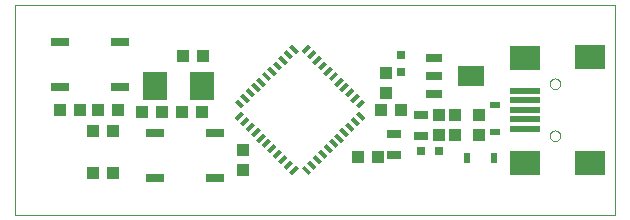
<source format=gtp>
G75*
G70*
%OFA0B0*%
%FSLAX24Y24*%
%IPPOS*%
%LPD*%
%AMOC8*
5,1,8,0,0,1.08239X$1,22.5*
%
%ADD10C,0.0000*%
%ADD11R,0.0433X0.0394*%
%ADD12R,0.0394X0.0433*%
%ADD13R,0.0315X0.0315*%
%ADD14R,0.0600X0.0300*%
%ADD15R,0.0984X0.0197*%
%ADD16R,0.0984X0.0787*%
%ADD17R,0.0472X0.0315*%
%ADD18R,0.0787X0.0945*%
%ADD19R,0.0551X0.0315*%
%ADD20R,0.0866X0.0709*%
%ADD21R,0.0315X0.0138*%
%ADD22R,0.0327X0.0248*%
%ADD23R,0.0248X0.0327*%
D10*
X001050Y000150D02*
X001050Y007150D01*
X021050Y007150D01*
X021050Y000150D01*
X001050Y000150D01*
X018873Y002784D02*
X018875Y002810D01*
X018881Y002836D01*
X018891Y002861D01*
X018904Y002884D01*
X018920Y002904D01*
X018940Y002922D01*
X018962Y002937D01*
X018985Y002949D01*
X019011Y002957D01*
X019037Y002961D01*
X019063Y002961D01*
X019089Y002957D01*
X019115Y002949D01*
X019139Y002937D01*
X019160Y002922D01*
X019180Y002904D01*
X019196Y002884D01*
X019209Y002861D01*
X019219Y002836D01*
X019225Y002810D01*
X019227Y002784D01*
X019225Y002758D01*
X019219Y002732D01*
X019209Y002707D01*
X019196Y002684D01*
X019180Y002664D01*
X019160Y002646D01*
X019138Y002631D01*
X019115Y002619D01*
X019089Y002611D01*
X019063Y002607D01*
X019037Y002607D01*
X019011Y002611D01*
X018985Y002619D01*
X018961Y002631D01*
X018940Y002646D01*
X018920Y002664D01*
X018904Y002684D01*
X018891Y002707D01*
X018881Y002732D01*
X018875Y002758D01*
X018873Y002784D01*
X018873Y004516D02*
X018875Y004542D01*
X018881Y004568D01*
X018891Y004593D01*
X018904Y004616D01*
X018920Y004636D01*
X018940Y004654D01*
X018962Y004669D01*
X018985Y004681D01*
X019011Y004689D01*
X019037Y004693D01*
X019063Y004693D01*
X019089Y004689D01*
X019115Y004681D01*
X019139Y004669D01*
X019160Y004654D01*
X019180Y004636D01*
X019196Y004616D01*
X019209Y004593D01*
X019219Y004568D01*
X019225Y004542D01*
X019227Y004516D01*
X019225Y004490D01*
X019219Y004464D01*
X019209Y004439D01*
X019196Y004416D01*
X019180Y004396D01*
X019160Y004378D01*
X019138Y004363D01*
X019115Y004351D01*
X019089Y004343D01*
X019063Y004339D01*
X019037Y004339D01*
X019011Y004343D01*
X018985Y004351D01*
X018961Y004363D01*
X018940Y004378D01*
X018920Y004396D01*
X018904Y004416D01*
X018891Y004439D01*
X018881Y004464D01*
X018875Y004490D01*
X018873Y004516D01*
D11*
X013925Y003630D03*
X013255Y003630D03*
X013145Y002070D03*
X012475Y002070D03*
X007285Y003590D03*
X006615Y003590D03*
X005945Y003590D03*
X005275Y003590D03*
X004485Y003650D03*
X003815Y003650D03*
X003205Y003650D03*
X002535Y003650D03*
X003635Y002930D03*
X004305Y002930D03*
X004305Y001550D03*
X003635Y001550D03*
X006655Y005450D03*
X007325Y005450D03*
D12*
X013410Y004865D03*
X013410Y004195D03*
X015170Y003485D03*
X015710Y003485D03*
X016530Y003485D03*
X016530Y002815D03*
X015710Y002815D03*
X015170Y002815D03*
X008647Y002313D03*
X008647Y001644D03*
D13*
X014595Y002290D03*
X015185Y002290D03*
X013930Y004895D03*
X013930Y005485D03*
D14*
X007730Y002880D03*
X005730Y002880D03*
X005730Y001380D03*
X007730Y001380D03*
X004550Y004400D03*
X002550Y004400D03*
X002550Y005900D03*
X004550Y005900D03*
D15*
X018066Y004280D03*
X018066Y003965D03*
X018066Y003650D03*
X018066Y003335D03*
X018066Y003020D03*
D16*
X018066Y001878D03*
X020231Y001878D03*
X018066Y005382D03*
X020231Y005422D03*
D17*
X014590Y003484D03*
X014590Y002776D03*
X013690Y002844D03*
X013690Y002136D03*
D18*
X007277Y004450D03*
X005703Y004450D03*
D19*
X015030Y004179D03*
X015030Y004770D03*
X015030Y005361D03*
D20*
X016243Y004770D03*
D21*
G36*
X012727Y003921D02*
X012506Y003700D01*
X012409Y003797D01*
X012630Y004018D01*
X012727Y003921D01*
G37*
G36*
X012546Y004102D02*
X012325Y003881D01*
X012228Y003978D01*
X012449Y004199D01*
X012546Y004102D01*
G37*
G36*
X012365Y004283D02*
X012144Y004062D01*
X012047Y004159D01*
X012268Y004380D01*
X012365Y004283D01*
G37*
G36*
X012184Y004464D02*
X011963Y004243D01*
X011866Y004340D01*
X012087Y004561D01*
X012184Y004464D01*
G37*
G36*
X012004Y004645D02*
X011783Y004424D01*
X011686Y004521D01*
X011907Y004742D01*
X012004Y004645D01*
G37*
G36*
X011823Y004826D02*
X011602Y004605D01*
X011505Y004702D01*
X011726Y004923D01*
X011823Y004826D01*
G37*
G36*
X011324Y004883D02*
X011545Y005104D01*
X011642Y005007D01*
X011421Y004786D01*
X011324Y004883D01*
G37*
G36*
X011143Y005063D02*
X011364Y005284D01*
X011461Y005187D01*
X011240Y004966D01*
X011143Y005063D01*
G37*
G36*
X010962Y005244D02*
X011183Y005465D01*
X011280Y005368D01*
X011059Y005147D01*
X010962Y005244D01*
G37*
G36*
X010781Y005425D02*
X011002Y005646D01*
X011099Y005549D01*
X010878Y005328D01*
X010781Y005425D01*
G37*
G36*
X010600Y005606D02*
X010821Y005827D01*
X010918Y005730D01*
X010697Y005509D01*
X010600Y005606D01*
G37*
G36*
X010279Y005827D02*
X010500Y005606D01*
X010403Y005509D01*
X010182Y005730D01*
X010279Y005827D01*
G37*
G36*
X010098Y005646D02*
X010319Y005425D01*
X010222Y005328D01*
X010001Y005549D01*
X010098Y005646D01*
G37*
G36*
X009917Y005465D02*
X010138Y005244D01*
X010041Y005147D01*
X009820Y005368D01*
X009917Y005465D01*
G37*
G36*
X009736Y005284D02*
X009957Y005063D01*
X009860Y004966D01*
X009639Y005187D01*
X009736Y005284D01*
G37*
G36*
X009555Y005104D02*
X009776Y004883D01*
X009679Y004786D01*
X009458Y005007D01*
X009555Y005104D01*
G37*
G36*
X009374Y004923D02*
X009595Y004702D01*
X009498Y004605D01*
X009277Y004826D01*
X009374Y004923D01*
G37*
G36*
X009317Y004424D02*
X009096Y004645D01*
X009193Y004742D01*
X009414Y004521D01*
X009317Y004424D01*
G37*
G36*
X009137Y004243D02*
X008916Y004464D01*
X009013Y004561D01*
X009234Y004340D01*
X009137Y004243D01*
G37*
G36*
X008956Y004062D02*
X008735Y004283D01*
X008832Y004380D01*
X009053Y004159D01*
X008956Y004062D01*
G37*
G36*
X008775Y003881D02*
X008554Y004102D01*
X008651Y004199D01*
X008872Y003978D01*
X008775Y003881D01*
G37*
G36*
X008594Y003700D02*
X008373Y003921D01*
X008470Y004018D01*
X008691Y003797D01*
X008594Y003700D01*
G37*
G36*
X008373Y003379D02*
X008594Y003600D01*
X008691Y003503D01*
X008470Y003282D01*
X008373Y003379D01*
G37*
G36*
X008554Y003198D02*
X008775Y003419D01*
X008872Y003322D01*
X008651Y003101D01*
X008554Y003198D01*
G37*
G36*
X008735Y003017D02*
X008956Y003238D01*
X009053Y003141D01*
X008832Y002920D01*
X008735Y003017D01*
G37*
G36*
X008916Y002836D02*
X009137Y003057D01*
X009234Y002960D01*
X009013Y002739D01*
X008916Y002836D01*
G37*
G36*
X009096Y002655D02*
X009317Y002876D01*
X009414Y002779D01*
X009193Y002558D01*
X009096Y002655D01*
G37*
G36*
X009277Y002474D02*
X009498Y002695D01*
X009595Y002598D01*
X009374Y002377D01*
X009277Y002474D01*
G37*
G36*
X009776Y002417D02*
X009555Y002196D01*
X009458Y002293D01*
X009679Y002514D01*
X009776Y002417D01*
G37*
G36*
X009957Y002237D02*
X009736Y002016D01*
X009639Y002113D01*
X009860Y002334D01*
X009957Y002237D01*
G37*
G36*
X010138Y002056D02*
X009917Y001835D01*
X009820Y001932D01*
X010041Y002153D01*
X010138Y002056D01*
G37*
G36*
X010319Y001875D02*
X010098Y001654D01*
X010001Y001751D01*
X010222Y001972D01*
X010319Y001875D01*
G37*
G36*
X010500Y001694D02*
X010279Y001473D01*
X010182Y001570D01*
X010403Y001791D01*
X010500Y001694D01*
G37*
G36*
X010821Y001473D02*
X010600Y001694D01*
X010697Y001791D01*
X010918Y001570D01*
X010821Y001473D01*
G37*
G36*
X011002Y001654D02*
X010781Y001875D01*
X010878Y001972D01*
X011099Y001751D01*
X011002Y001654D01*
G37*
G36*
X011183Y001835D02*
X010962Y002056D01*
X011059Y002153D01*
X011280Y001932D01*
X011183Y001835D01*
G37*
G36*
X011364Y002016D02*
X011143Y002237D01*
X011240Y002334D01*
X011461Y002113D01*
X011364Y002016D01*
G37*
G36*
X011545Y002196D02*
X011324Y002417D01*
X011421Y002514D01*
X011642Y002293D01*
X011545Y002196D01*
G37*
G36*
X011726Y002377D02*
X011505Y002598D01*
X011602Y002695D01*
X011823Y002474D01*
X011726Y002377D01*
G37*
G36*
X011783Y002876D02*
X012004Y002655D01*
X011907Y002558D01*
X011686Y002779D01*
X011783Y002876D01*
G37*
G36*
X011963Y003057D02*
X012184Y002836D01*
X012087Y002739D01*
X011866Y002960D01*
X011963Y003057D01*
G37*
G36*
X012144Y003238D02*
X012365Y003017D01*
X012268Y002920D01*
X012047Y003141D01*
X012144Y003238D01*
G37*
G36*
X012325Y003419D02*
X012546Y003198D01*
X012449Y003101D01*
X012228Y003322D01*
X012325Y003419D01*
G37*
G36*
X012506Y003600D02*
X012727Y003379D01*
X012630Y003282D01*
X012409Y003503D01*
X012506Y003600D01*
G37*
D22*
X017050Y003803D03*
X017050Y002897D03*
D23*
X017023Y002050D03*
X016117Y002050D03*
M02*

</source>
